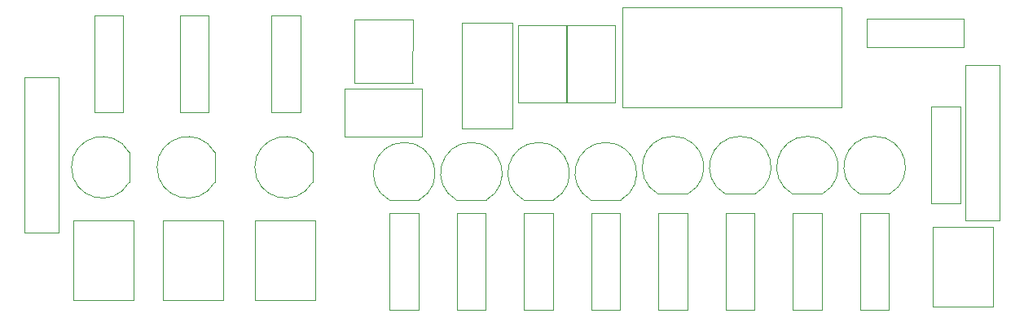
<source format=gbr>
G04 #@! TF.FileFunction,Other,User*
%FSLAX46Y46*%
G04 Gerber Fmt 4.6, Leading zero omitted, Abs format (unit mm)*
G04 Created by KiCad (PCBNEW 4.0.3+e1-6302~38~ubuntu14.04.1-stable) date Thu Sep  8 17:11:28 2016*
%MOMM*%
%LPD*%
G01*
G04 APERTURE LIST*
%ADD10C,0.100000*%
%ADD11C,0.050000*%
G04 APERTURE END LIST*
D10*
D11*
X100988000Y-97457900D02*
X92988000Y-97457900D01*
X92988000Y-97457900D02*
X92988000Y-92457900D01*
X92988000Y-92457900D02*
X100988000Y-92457900D01*
X100988000Y-92457900D02*
X100988000Y-97457900D01*
X132544228Y-103442900D02*
X135644228Y-103442900D01*
X132541068Y-103441149D02*
G75*
G02X135644228Y-103442900I1553160J2798249D01*
G01*
X111038000Y-93917900D02*
X111038000Y-85917900D01*
X111038000Y-85917900D02*
X116038000Y-85917900D01*
X116038000Y-85917900D02*
X116038000Y-93917900D01*
X116038000Y-93917900D02*
X111038000Y-93917900D01*
X121118000Y-85917900D02*
X121118000Y-93917900D01*
X121118000Y-93917900D02*
X116118000Y-93917900D01*
X116118000Y-93917900D02*
X116118000Y-85917900D01*
X116118000Y-85917900D02*
X121118000Y-85917900D01*
X59718000Y-91302900D02*
X59718000Y-107502900D01*
X63218000Y-91302900D02*
X63218000Y-107502900D01*
X59718000Y-91302900D02*
X63218000Y-91302900D01*
X59718000Y-107502900D02*
X63218000Y-107502900D01*
X100048000Y-85307900D02*
X93998000Y-85307900D01*
X100048000Y-91907900D02*
X93998000Y-91907900D01*
X100048000Y-85307900D02*
X100040440Y-91907900D01*
X93998000Y-85307900D02*
X93998000Y-91907900D01*
X157508000Y-90032900D02*
X157508000Y-106232900D01*
X161008000Y-90032900D02*
X161008000Y-106232900D01*
X157508000Y-90032900D02*
X161008000Y-90032900D01*
X157508000Y-106232900D02*
X161008000Y-106232900D01*
X97669228Y-115546936D02*
X97669228Y-105446936D01*
X100669228Y-115546936D02*
X97669228Y-115546936D01*
X97669228Y-105446936D02*
X100669228Y-105446936D01*
X100669228Y-115546936D02*
X100669228Y-105446936D01*
X104654228Y-115546936D02*
X104654228Y-105446936D01*
X107654228Y-115546936D02*
X104654228Y-115546936D01*
X104654228Y-105446936D02*
X107654228Y-105446936D01*
X107654228Y-115546936D02*
X107654228Y-105446936D01*
X111639228Y-115546936D02*
X111639228Y-105446936D01*
X114639228Y-115546936D02*
X111639228Y-115546936D01*
X111639228Y-105446936D02*
X114639228Y-105446936D01*
X114639228Y-115546936D02*
X114639228Y-105446936D01*
X118624228Y-115546936D02*
X118624228Y-105446936D01*
X121624228Y-115546936D02*
X118624228Y-115546936D01*
X118624228Y-105446936D02*
X121624228Y-105446936D01*
X121624228Y-115546936D02*
X121624228Y-105446936D01*
X125609228Y-115546936D02*
X125609228Y-105446936D01*
X128609228Y-115546936D02*
X125609228Y-115546936D01*
X125609228Y-105446936D02*
X128609228Y-105446936D01*
X128609228Y-115546936D02*
X128609228Y-105446936D01*
X132594228Y-115546936D02*
X132594228Y-105446936D01*
X135594228Y-115546936D02*
X132594228Y-115546936D01*
X132594228Y-105446936D02*
X135594228Y-105446936D01*
X135594228Y-115546936D02*
X135594228Y-105446936D01*
X139579228Y-115546936D02*
X139579228Y-105446936D01*
X142579228Y-115546936D02*
X139579228Y-115546936D01*
X139579228Y-105446936D02*
X142579228Y-105446936D01*
X142579228Y-115546936D02*
X142579228Y-105446936D01*
X146564228Y-115546936D02*
X146564228Y-105446936D01*
X149564228Y-115546936D02*
X146564228Y-115546936D01*
X146564228Y-105446936D02*
X149564228Y-105446936D01*
X149564228Y-115546936D02*
X149564228Y-105446936D01*
X66953000Y-94937900D02*
X66953000Y-84837900D01*
X69953000Y-94937900D02*
X66953000Y-94937900D01*
X66953000Y-84837900D02*
X69953000Y-84837900D01*
X69953000Y-94937900D02*
X69953000Y-84837900D01*
X75843000Y-94937900D02*
X75843000Y-84837900D01*
X78843000Y-94937900D02*
X75843000Y-94937900D01*
X75843000Y-84837900D02*
X78843000Y-84837900D01*
X78843000Y-94937900D02*
X78843000Y-84837900D01*
X85368000Y-94937900D02*
X85368000Y-84837900D01*
X88368000Y-94937900D02*
X85368000Y-94937900D01*
X85368000Y-84837900D02*
X88368000Y-84837900D01*
X88368000Y-94937900D02*
X88368000Y-84837900D01*
X157333000Y-88202900D02*
X147233000Y-88202900D01*
X157333000Y-85202900D02*
X157333000Y-88202900D01*
X147233000Y-88202900D02*
X147233000Y-85202900D01*
X157333000Y-85202900D02*
X147233000Y-85202900D01*
X156948000Y-94342900D02*
X156948000Y-104442900D01*
X153948000Y-94342900D02*
X156948000Y-94342900D01*
X156948000Y-104442900D02*
X153948000Y-104442900D01*
X153948000Y-94342900D02*
X153948000Y-104442900D01*
X64763000Y-106222900D02*
X64763000Y-112922900D01*
X71063000Y-106222900D02*
X64763000Y-106222900D01*
X71063000Y-114522900D02*
X71063000Y-106222900D01*
X65913000Y-114522900D02*
X71063000Y-114522900D01*
X64763000Y-114522900D02*
X64763000Y-112922900D01*
X65913000Y-114522900D02*
X64763000Y-114522900D01*
X74098000Y-106222900D02*
X74098000Y-112922900D01*
X80398000Y-106222900D02*
X74098000Y-106222900D01*
X80398000Y-114522900D02*
X80398000Y-106222900D01*
X75248000Y-114522900D02*
X80398000Y-114522900D01*
X74098000Y-114522900D02*
X74098000Y-112922900D01*
X75248000Y-114522900D02*
X74098000Y-114522900D01*
X83623000Y-106222900D02*
X83623000Y-112922900D01*
X89923000Y-106222900D02*
X83623000Y-106222900D01*
X89923000Y-114522900D02*
X89923000Y-106222900D01*
X84773000Y-114522900D02*
X89923000Y-114522900D01*
X83623000Y-114522900D02*
X83623000Y-112922900D01*
X84773000Y-114522900D02*
X83623000Y-114522900D01*
X160408000Y-115157900D02*
X160408000Y-108457900D01*
X154108000Y-115157900D02*
X160408000Y-115157900D01*
X154108000Y-106857900D02*
X154108000Y-115157900D01*
X159258000Y-106857900D02*
X154108000Y-106857900D01*
X160408000Y-106857900D02*
X160408000Y-108457900D01*
X159258000Y-106857900D02*
X160408000Y-106857900D01*
X105188000Y-96647900D02*
X110438000Y-96647900D01*
X105188000Y-85647900D02*
X105188000Y-96647900D01*
X110438000Y-85647900D02*
X105188000Y-85647900D01*
X110438000Y-96647900D02*
X110438000Y-85647900D01*
X121883000Y-94452900D02*
X144583000Y-94452900D01*
X121883000Y-94452900D02*
X121883000Y-84052900D01*
X144583000Y-94452900D02*
X144583000Y-84052900D01*
X121883000Y-84052900D02*
X144583000Y-84052900D01*
X146514228Y-103442900D02*
X149614228Y-103442900D01*
X146511068Y-103441149D02*
G75*
G02X149614228Y-103442900I1553160J2798249D01*
G01*
X139529228Y-103442900D02*
X142629228Y-103442900D01*
X139526068Y-103441149D02*
G75*
G02X142629228Y-103442900I1553160J2798249D01*
G01*
X125559228Y-103442900D02*
X128659228Y-103442900D01*
X125556068Y-103441149D02*
G75*
G02X128659228Y-103442900I1553160J2798249D01*
G01*
X118574228Y-104077900D02*
X121674228Y-104077900D01*
X118571068Y-104076149D02*
G75*
G02X121674228Y-104077900I1553160J2798249D01*
G01*
X111589228Y-104077900D02*
X114689228Y-104077900D01*
X111586068Y-104076149D02*
G75*
G02X114689228Y-104077900I1553160J2798249D01*
G01*
X104604228Y-104077900D02*
X107704228Y-104077900D01*
X104601068Y-104076149D02*
G75*
G02X107704228Y-104077900I1553160J2798249D01*
G01*
X97619228Y-104077900D02*
X100719228Y-104077900D01*
X97616068Y-104076149D02*
G75*
G02X100719228Y-104077900I1553160J2798249D01*
G01*
X89638000Y-102222900D02*
X89638000Y-99122900D01*
X89636249Y-102226060D02*
G75*
G02X89638000Y-99122900I-2798249J1553160D01*
G01*
X79478000Y-102222900D02*
X79478000Y-99122900D01*
X79476249Y-102226060D02*
G75*
G02X79478000Y-99122900I-2798249J1553160D01*
G01*
X70588000Y-102222900D02*
X70588000Y-99122900D01*
X70586249Y-102226060D02*
G75*
G02X70588000Y-99122900I-2798249J1553160D01*
G01*
M02*

</source>
